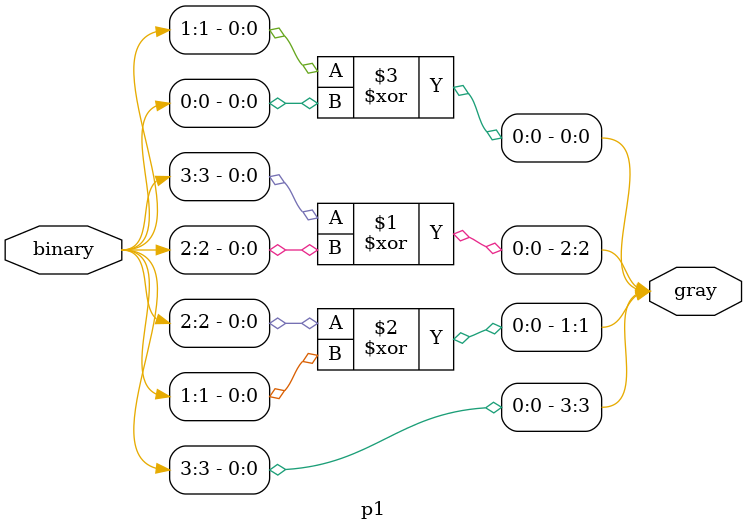
<source format=v>
module p1(gray,binary);
    // Mode Declaration
    input [3:0] binary;     // Binary Form
    output [3:0] gray;      // Gray Form

    assign gray[3] = binary[3];
    assign gray[2] = binary[3] ^ binary[2];
    assign gray[1] = binary[2] ^ binary[1];
    assign gray[0] = binary[1] ^ binary[0];
endmodule
</source>
